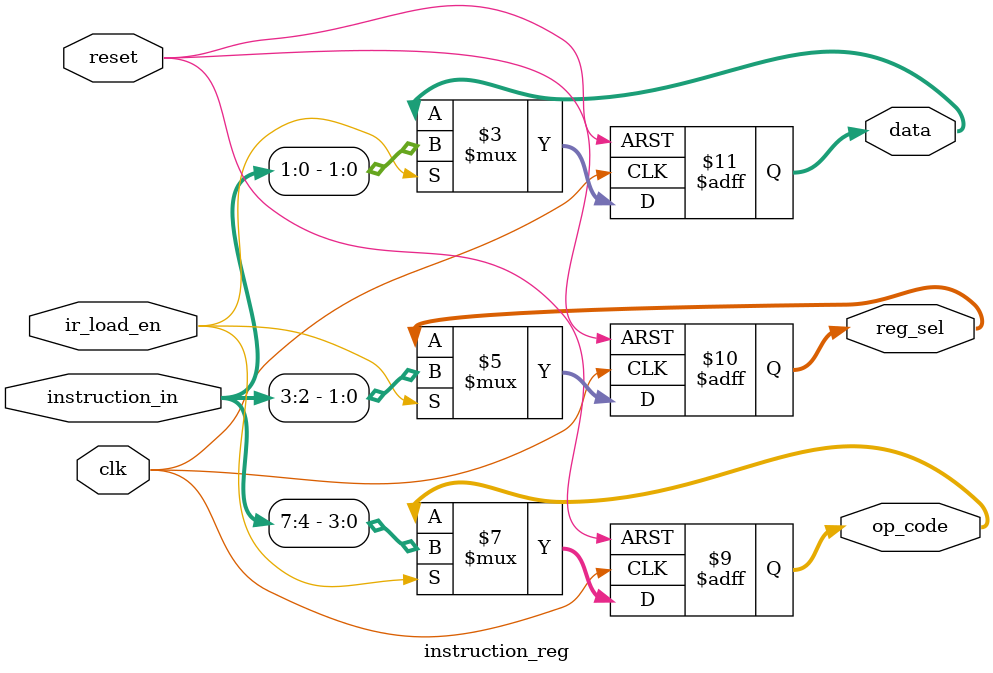
<source format=v>
module instruction_reg (
  input clk,
  input reset,
  input ir_load_en,
  input [7:0] instruction_in,
  output reg [3:0] op_code,
  output reg [1:0] reg_sel,
  output reg [1:0] data
);

always @(posedge clk or negedge reset) begin
  if (!reset) begin
    op_code <= 4'b0000;
    reg_sel <= 2'b00;
    data <= 2'b00;
  end
  else if (ir_load_en) begin
    op_code <= instruction_in[7:4];
    reg_sel <= instruction_in[3:2];
    data <= instruction_in[1:0];
  end
end
endmodule

</source>
